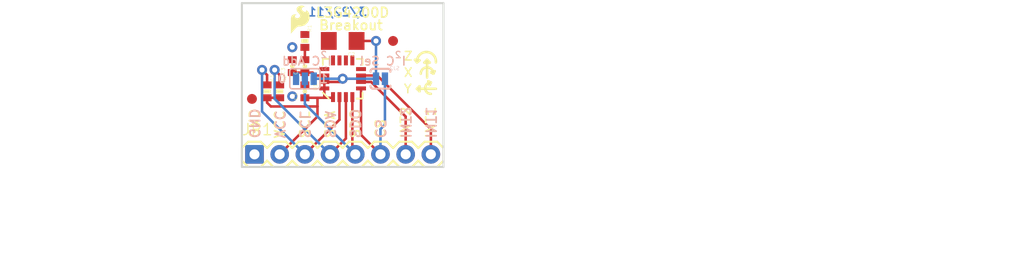
<source format=kicad_pcb>
(kicad_pcb (version 20211014) (generator pcbnew)
  (layers (0 "F.Cu" signal) (31 "B.Cu" signal) (34 "B.Paste" user) (35 "F.Paste" user) (36 "B.SilkS" user "B.Silkscreen") (37 "F.SilkS" user "F.Silkscreen") (38 "B.Mask" user) (39 "F.Mask" user) (44 "Edge.Cuts" user))
  (net 0 "")
  (net 1 "GND")
  (net 2 "VCC")
  (net 3 "INT1")
  (net 4 "INT2")
  (net 5 "PLL")
  (net 6 "PLL-2")
  (net 7 "SDA")
  (net 8 "SCL")
  (net 9 "SDO")
  (net 10 "CS")
  (footprint "boardEagle:1X08" (layer "F.Cu") (at 139.6111 111.9886)
    (fp_text reference "JP1" (at -1.3462 -1.8288) (layer "F.SilkS") (effects (font (size 1.143 1.143) (thickness 0.127)) (justify left bottom)))
    (fp_text value "OUTPUT")
    (fp_line (start -0.635 -1.27) (end 0.635 -1.27) (layer "F.SilkS") (width 0.2032))
    (fp_line (start 11.43 -0.635) (end 12.065 -1.27) (layer "F.SilkS") (width 0.2032))
    (fp_line (start 17.145 -1.27) (end 16.51 -0.635) (layer "F.SilkS") (width 0.2032))
    (fp_line (start 3.175 -1.27) (end 3.81 -0.635) (layer "F.SilkS") (width 0.2032))
    (fp_line (start 19.05 0.635) (end 18.415 1.27) (layer "F.SilkS") (width 0.2032))
    (fp_line (start -1.27 0.635) (end -0.635 1.27) (layer "F.SilkS") (width 0.2032))
    (fp_line (start 9.525 1.27) (end 8.89 0.635) (layer "F.SilkS") (width 0.2032))
    (fp_line (start 15.875 1.27) (end 14.605 1.27) (layer "F.SilkS") (width 0.2032))
    (fp_line (start 13.97 0.635) (end 14.605 1.27) (layer "F.SilkS") (width 0.2032))
    (fp_line (start -1.27 -0.635) (end -1.27 0.635) (layer "F.SilkS") (width 0.2032))
    (fp_line (start 15.875 -1.27) (end 16.51 -0.635) (layer "F.SilkS") (width 0.2032))
    (fp_line (start 6.35 0.635) (end 6.985 1.27) (layer "F.SilkS") (width 0.2032))
    (fp_line (start 18.415 -1.27) (end 19.05 -0.635) (layer "F.SilkS") (width 0.2032))
    (fp_line (start 13.335 -1.27) (end 13.97 -0.635) (layer "F.SilkS") (width 0.2032))
    (fp_line (start 12.065 -1.27) (end 13.335 -1.27) (layer "F.SilkS") (width 0.2032))
    (fp_line (start 1.27 -0.635) (end 1.905 -1.27) (layer "F.SilkS") (width 0.2032))
    (fp_line (start 6.35 0.635) (end 5.715 1.27) (layer "F.SilkS") (width 0.2032))
    (fp_line (start 1.27 0.635) (end 0.635 1.27) (layer "F.SilkS") (width 0.2032))
    (fp_line (start 3.81 0.635) (end 3.175 1.27) (layer "F.SilkS") (width 0.2032))
    (fp_line (start 4.445 1.27) (end 3.81 0.635) (layer "F.SilkS") (width 0.2032))
    (fp_line (start 14.605 -1.27) (end 15.875 -1.27) (layer "F.SilkS") (width 0.2032))
    (fp_line (start 3.81 -0.635) (end 4.445 -1.27) (layer "F.SilkS") (width 0.2032))
    (fp_line (start 13.335 1.27) (end 12.065 1.27) (layer "F.SilkS") (width 0.2032))
    (fp_line (start 6.985 -1.27) (end 8.255 -1.27) (layer "F.SilkS") (width 0.2032))
    (fp_line (start 3.175 1.27) (end 1.905 1.27) (layer "F.SilkS") (width 0.2032))
    (fp_line (start 0.635 1.27) (end -0.635 1.27) (layer "F.SilkS") (width 0.2032))
    (fp_line (start 18.415 1.27) (end 17.145 1.27) (layer "F.SilkS") (width 0.2032))
    (fp_line (start 8.89 -0.635) (end 9.525 -1.27) (layer "F.SilkS") (width 0.2032))
    (fp_line (start 14.605 -1.27) (end 13.97 -0.635) (layer "F.SilkS") (width 0.2032))
    (fp_line (start 19.05 -0.635) (end 19.05 0.635) (layer "F.SilkS") (width 0.2032))
    (fp_line (start 4.445 -1.27) (end 5.715 -1.27) (layer "F.SilkS") (width 0.2032))
    (fp_line (start 6.985 -1.27) (end 6.35 -0.635) (layer "F.SilkS") (width 0.2032))
    (fp_line (start 9.525 -1.27) (end 10.795 -1.27) (layer "F.SilkS") (width 0.2032))
    (fp_line (start -0.635 -1.27) (end -1.27 -0.635) (layer "F.SilkS") (width 0.2032))
    (fp_line (start 10.795 1.27) (end 9.525 1.27) (layer "F.SilkS") (width 0.2032))
    (fp_line (start 1.905 1.27) (end 1.27 0.635) (layer "F.SilkS") (width 0.2032))
    (fp_line (start 10.795 -1.27) (end 11.43 -0.635) (layer "F.SilkS") (width 0.2032))
    (fp_line (start 16.51 0.635) (end 17.145 1.27) (layer "F.SilkS") (width 0.2032))
    (fp_line (start 5.715 -1.27) (end 6.35 -0.635) (layer "F.SilkS") (width 0.2032))
    (fp_line (start 16.51 0.635) (end 15.875 1.27) (layer "F.SilkS") (width 0.2032))
    (fp_line (start 8.255 1.27) (end 6.985 1.27) (layer "F.SilkS") (width 0.2032))
    (fp_line (start 17.145 -1.27) (end 18.415 -1.27) (layer "F.SilkS") (width 0.2032))
    (fp_line (start 12.065 1.27) (end 11.43 0.635) (layer "F.SilkS") (width 0.2032))
    (fp_line (start 5.715 1.27) (end 4.445 1.27) (layer "F.SilkS") (width 0.2032))
    (fp_line (start 11.43 0.635) (end 10.795 1.27) (layer "F.SilkS") (width 0.2032))
    (fp_line (start 8.89 0.635) (end 8.255 1.27) (layer "F.SilkS") (width 0.2032))
    (fp_line (start 1.905 -1.27) (end 3.175 -1.27) (layer "F.SilkS") (width 0.2032))
    (fp_line (start 0.635 -1.27) (end 1.27 -0.635) (layer "F.SilkS") (width 0.2032))
    (fp_line (start 8.255 -1.27) (end 8.89 -0.635) (layer "F.SilkS") (width 0.2032))
    (fp_line (start 13.97 0.635) (end 13.335 1.27) (layer "F.SilkS") (width 0.2032))
    (pad "1" thru_hole rect (at 0 0 90) (size 1.8796 1.8796) (drill 1.016) (layers *.Cu *.Mask) (net 1 "GND"))
    (pad "2" thru_hole circle (at 2.54 0 90) (size 1.8796 1.8796) (drill 1.016) (layers *.Cu *.Mask) (net 2 "VCC"))
    (pad "3" thru_hole circle (at 5.08 0 90) (size 1.8796 1.8796) (drill 1.016) (layers *.Cu *.Mask) (net 8 "SCL"))
    (pad "4" thru_hole circle (at 7.62 0 90) (size 1.8796 1.8796) (drill 1.016) (layers *.Cu *.Mask) (net 7 "SDA"))
    (pad "5" thru_hole circle (at 10.16 0 90) (size 1.8796 1.8796) (drill 1.016) (layers *.Cu *.Mask) (net 9 "SDO"))
    (pad "6" thru_hole circle (at 12.7 0 90) (size 1.8796 1.8796) (drill 1.016) (layers *.Cu *.Mask) (net 10 "CS"))
    (pad "7" thru_hole circle (at 15.24 0 90) (size 1.8796 1.8796) (drill 1.016) (layers *.Cu *.Mask) (net 4 "INT2"))
    (pad "8" thru_hole circle (at 17.78 0 90) (size 1.8796 1.8796) (drill 1.016) (layers *.Cu *.Mask) (net 3 "INT1"))
  )
  (footprint "boardEagle:FIDUCIAL-1X2" (layer "F.Cu") (at 153.5811 100.5586)
    (fp_text reference "JP6" hide)
    (fp_text value "FIDUCIAL1X2" hide)
    (pad "1" smd roundrect (at 0 0) (size 1 1) (layers "F.Cu" "F.Mask") (roundrect_rratio 0.5))
  )
  (footprint "boardEagle:1206" (layer "F.Cu") (at 148.5011 100.5586 180)
    (fp_text reference "C2" (at -1.27 -1.143 180) (layer "F.SilkS") (effects (font (size 0.373888 0.373888) (thickness 0.032512)) (justify right top)))
    (fp_text value "10uF")
    (pad "1" smd rect (at -1.4 0 180) (size 1.6 1.8) (layers "F.Cu" "F.Paste" "F.Mask") (net 2 "VCC"))
    (pad "2" smd rect (at 1.4 0 180) (size 1.6 1.8) (layers "F.Cu" "F.Paste" "F.Mask") (net 1 "GND"))
  )
  (footprint "boardEagle:0402-RES" (layer "F.Cu") (at 142.1511 105.6386 -90)
    (fp_text reference "R2" (at -0.889 -0.6985 -90) (layer "F.SilkS") (effects (font (size 0.373888 0.373888) (thickness 0.032512)) (justify left bottom)))
    (fp_text value "10k")
    (fp_poly (pts (xy -0.2032 0.3556) (xy 0.2032 0.3556) (xy 0.2032 -0.3556) (xy -0.2032 -0.3556)) (layer "F.SilkS") (width 0) (fill solid))
    (pad "1" smd rect (at -0.65 0 270) (size 0.7 0.9) (layers "F.Cu" "F.Paste" "F.Mask") (net 7 "SDA"))
    (pad "2" smd rect (at 0.65 0 270) (size 0.7 0.9) (layers "F.Cu" "F.Paste" "F.Mask") (net 2 "VCC"))
  )
  (footprint "boardEagle:0402-CAP" (layer "F.Cu") (at 144.6911 103.0986 90)
    (fp_text reference "C4" (at -0.889 -0.6985 90) (layer "F.SilkS") (effects (font (size 0.373888 0.373888) (thickness 0.032512)) (justify left bottom)))
    (fp_text value "470nF")
    (fp_line (start 0 -0.0305) (end 0 0.0305) (layer "F.SilkS") (width 0.4064))
    (pad "1" smd rect (at -0.65 0 90) (size 0.7 0.9) (layers "F.Cu" "F.Paste" "F.Mask") (net 5 "PLL"))
    (pad "2" smd rect (at 0.65 0 90) (size 0.7 0.9) (layers "F.Cu" "F.Paste" "F.Mask") (net 6 "PLL-2"))
  )
  (footprint "boardEagle:FIDUCIAL-1X2" (layer "F.Cu") (at 139.3571 106.4006)
    (fp_text reference "JP5" hide)
    (fp_text value "FIDUCIAL1X2" hide)
    (pad "1" smd roundrect (at 0 0) (size 1 1) (layers "F.Cu" "F.Mask") (roundrect_rratio 0.5))
  )
  (footprint "boardEagle:0402-RES" (layer "F.Cu") (at 140.8811 105.6386 -90)
    (fp_text reference "R3" (at -0.889 -0.6985 -90) (layer "F.SilkS") (effects (font (size 0.373888 0.373888) (thickness 0.032512)) (justify left bottom)))
    (fp_text value "10k")
    (fp_poly (pts (xy -0.2032 0.3556) (xy 0.2032 0.3556) (xy 0.2032 -0.3556) (xy -0.2032 -0.3556)) (layer "F.SilkS") (width 0) (fill solid))
    (pad "1" smd rect (at -0.65 0 270) (size 0.7 0.9) (layers "F.Cu" "F.Paste" "F.Mask") (net 8 "SCL"))
    (pad "2" smd rect (at 0.65 0 270) (size 0.7 0.9) (layers "F.Cu" "F.Paste" "F.Mask") (net 2 "VCC"))
  )
  (footprint "boardEagle:SFE-LOGO-FLAME" (layer "F.Cu") (at 143.2941 99.7966)
    (fp_text reference "JP4" hide)
    (fp_text value "LOGO-SFESK" hide)
    (fp_poly (pts (xy 1.126002 -2.808203) (xy 1.215449 -2.785829) (xy 1.228477 -2.780783) (xy 1.240149 -2.774875) (xy 1.25686 -2.766576) (xy 1.275552 -2.759834) (xy 1.371694 -2.7026) (xy 1.3793 -2.7026) (xy 1.3793 -2.6772) (xy 1.306833 -2.6772) (xy 1.208418 -2.657914) (xy 1.074855 -2.495286) (xy 1.079365 -2.436825) (xy 1.12809 -2.341869) (xy 1.204666 -2.265196) (xy 1.294069 -2.200638) (xy 1.369348 -2.168824) (xy 1.450737 -2.171632) (xy 1.458864 -2.174186) (xy 1.466257 -2.177389) (xy 1.530514 -2.236956) (xy 1.5368 -2.259812) (xy 1.5368 -2.377938) (xy 1.763707 -2.148127) (xy 1.868186 -1.856841) (xy 1.871603 -1.856894) (xy 1.87806 -1.650435) (xy 1.848857 -1.45742) (xy 1.785308 -1.272842) (xy 1.6663 -1.061578) (xy 1.6663 -1.080581) (xy 1.378131 -0.80901) (xy 0.982239 -0.6985) (xy 0.753005 -0.6985) (xy 0.716201 -0.692046) (xy 0.681776 -0.679592) (xy 0.496322 -0.541784) (xy -0.0126 0.03091) (xy -0.0126 -1.52077) (xy 0.060004 -1.761967) (xy 0.168295 -1.865489) (xy 0.307122 -1.917522) (xy 0.4039 -1.925089) (xy 0.499384 -1.917623) (xy 0.55991 -1.908099) (xy 0.557788 -1.884433) (xy 0.522216 -1.885242) (xy 0.501784 -1.876141) (xy 0.420519 -1.817154) (xy 0.400722 -1.79067) (xy 0.390395 -1.7285) (xy 0.400905 -1.665229) (xy 0.421405 -1.625174) (xy 0.452343 -1.592685) (xy 0.546535 -1.54355) (xy 0.652229 -1.531742) (xy 0.742768 -1.550084) (xy 0.82422 -1.589656) (xy 0.92203 -1.754659) (xy 0.907706 -1.848844) (xy 0.850914 -1.930401) (xy 0.584707 -2.263237) (xy 0.561667 -2.510855) (xy 0.627495 -2.621556) (xy 0.629042 -2.623103) (xy 0.778901 -2.74712) (xy 1.032676 -2.817064)) (layer "F.SilkS") (width 0) (fill solid))
  )
  (footprint "boardEagle:0402-CAP" (layer "F.Cu") (at 144.6911 105.6386 90)
    (fp_text reference "C1" (at -0.889 -0.6985 90) (layer "F.SilkS") (effects (font (size 0.373888 0.373888) (thickness 0.032512)) (justify left bottom)))
    (fp_text value "0.1uF")
    (fp_line (start 0 -0.0305) (end 0 0.0305) (layer "F.SilkS") (width 0.4064))
    (pad "1" smd rect (at -0.65 0 90) (size 0.7 0.9) (layers "F.Cu" "F.Paste" "F.Mask") (net 2 "VCC"))
    (pad "2" smd rect (at 0.65 0 90) (size 0.7 0.9) (layers "F.Cu" "F.Paste" "F.Mask") (net 1 "GND"))
  )
  (footprint "boardEagle:0402-RES" (layer "F.Cu") (at 144.6911 100.5586 -90)
    (fp_text reference "R1" (at -0.889 -0.6985 -90) (layer "F.SilkS") (effects (font (size 0.373888 0.373888) (thickness 0.032512)) (justify left bottom)))
    (fp_text value "10k")
    (fp_poly (pts (xy -0.2032 0.3556) (xy 0.2032 0.3556) (xy 0.2032 -0.3556) (xy -0.2032 -0.3556)) (layer "F.SilkS") (width 0) (fill solid))
    (pad "1" smd rect (at -0.65 0 270) (size 0.7 0.9) (layers "F.Cu" "F.Paste" "F.Mask") (net 1 "GND"))
    (pad "2" smd rect (at 0.65 0 270) (size 0.7 0.9) (layers "F.Cu" "F.Paste" "F.Mask") (net 6 "PLL-2"))
  )
  (footprint "boardEagle:STAND-OFF" (layer "F.Cu") (at 140.8811 99.2886)
    (fp_text reference "JP2" hide)
    (fp_text value "STAND-OFF" hide)
    (pad "" np_thru_hole circle (at 0 0) (size 3.302 3.302) (drill 3.302) (layers *.Cu *.Mask))
  )
  (footprint "boardEagle:STAND-OFF" (layer "F.Cu") (at 156.1211 99.2886)
    (fp_text reference "JP3" hide)
    (fp_text value "STAND-OFF" hide)
    (pad "" np_thru_hole circle (at 0 0) (size 3.302 3.302) (drill 3.302) (layers *.Cu *.Mask))
  )
  (footprint "boardEagle:LGA16-4X4" (layer "F.Cu") (at 148.5011 104.3686 90)
    (fp_text reference "U1" (at -1.2446 -2.54 90) (layer "F.SilkS") (effects (font (size 0.373888 0.373888) (thickness 0.032512)) (justify left bottom)))
    (fp_text value "L3G4200D")
    (fp_line (start 2 -2) (end 1.4 -2) (layer "F.SilkS") (width 0.1778))
    (fp_line (start -2 2) (end -1.4 2) (layer "F.SilkS") (width 0.1778))
    (fp_line (start -2 2) (end -2 1.4) (layer "F.SilkS") (width 0.1778))
    (fp_line (start -2 -1.4) (end -1.4 -2) (layer "F.SilkS") (width 0.1778))
    (fp_line (start 2 2) (end 1.4 2) (layer "F.SilkS") (width 0.1778))
    (fp_line (start 2 2) (end 2 1.4) (layer "F.SilkS") (width 0.1778))
    (fp_line (start 2 -2) (end 2 -1.4) (layer "F.SilkS") (width 0.1778))
    (pad "1" smd rect (at -1.85 -0.975 270) (size 1 0.4) (layers "F.Cu" "F.Paste" "F.Mask") (net 2 "VCC"))
    (pad "2" smd rect (at -1.85 -0.325 270) (size 1 0.4) (layers "F.Cu" "F.Paste" "F.Mask") (net 8 "SCL"))
    (pad "3" smd rect (at -1.85 0.325 270) (size 1 0.4) (layers "F.Cu" "F.Paste" "F.Mask") (net 7 "SDA"))
    (pad "4" smd rect (at -1.85 0.975 270) (size 1 0.4) (layers "F.Cu" "F.Paste" "F.Mask") (net 9 "SDO"))
    (pad "5" smd rect (at -0.975 1.85) (size 1 0.4) (layers "F.Cu" "F.Paste" "F.Mask") (net 10 "CS"))
    (pad "6" smd rect (at -0.325 1.85) (size 1 0.4) (layers "F.Cu" "F.Paste" "F.Mask") (net 4 "INT2"))
    (pad "7" smd rect (at 0.325 1.85) (size 1 0.4) (layers "F.Cu" "F.Paste" "F.Mask") (net 3 "INT1"))
    (pad "8" smd rect (at 0.975 1.85) (size 1 0.4) (layers "F.Cu" "F.Paste" "F.Mask") (net 1 "GND"))
    (pad "9" smd rect (at 1.85 0.975 90) (size 1 0.4) (layers "F.Cu" "F.Paste" "F.Mask") (net 1 "GND"))
    (pad "10" smd rect (at 1.85 0.325 90) (size 1 0.4) (layers "F.Cu" "F.Paste" "F.Mask") (net 1 "GND"))
    (pad "11" smd rect (at 1.85 -0.325 90) (size 1 0.4) (layers "F.Cu" "F.Paste" "F.Mask") (net 1 "GND"))
    (pad "12" smd rect (at 1.85 -0.975 90) (size 1 0.4) (layers "F.Cu" "F.Paste" "F.Mask") (net 1 "GND"))
    (pad "13" smd rect (at 0.975 -1.85 180) (size 1 0.4) (layers "F.Cu" "F.Paste" "F.Mask") (net 1 "GND"))
    (pad "14" smd rect (at 0.325 -1.85 180) (size 1 0.4) (layers "F.Cu" "F.Paste" "F.Mask") (net 5 "PLL"))
    (pad "15" smd rect (at -0.325 -1.85 180) (size 1 0.4) (layers "F.Cu" "F.Paste" "F.Mask") (net 2 "VCC"))
    (pad "16" smd rect (at -0.975 -1.85 180) (size 1 0.4) (layers "F.Cu" "F.Paste" "F.Mask") (net 2 "VCC"))
  )
  (footprint "boardEagle:0402-CAP" (layer "F.Cu") (at 143.4211 103.0986 90)
    (fp_text reference "C3" (at -0.889 -0.6985 90) (layer "F.SilkS") (effects (font (size 0.373888 0.373888) (thickness 0.032512)) (justify left bottom)))
    (fp_text value "10nF")
    (fp_line (start 0 -0.0305) (end 0 0.0305) (layer "F.SilkS") (width 0.4064))
    (pad "1" smd rect (at -0.65 0 90) (size 0.7 0.9) (layers "F.Cu" "F.Paste" "F.Mask") (net 5 "PLL"))
    (pad "2" smd rect (at 0.65 0 90) (size 0.7 0.9) (layers "F.Cu" "F.Paste" "F.Mask") (net 1 "GND"))
  )
  (footprint "boardEagle:CREATIVE_COMMONS" (layer "F.Cu") (at 134.2771 123.9266)
    (fp_text reference "U$1" hide)
    (fp_text value "CREATIVE_COMMONS" hide)
  )
  (footprint "boardEagle:SJ_3" (layer "B.Cu") (at 144.6911 104.3686 180)
    (fp_text reference "SJ1" (at -1.27 1.27) (layer "B.SilkS") (effects (font (size 0.373888 0.373888) (thickness 0.032512)) (justify right top mirror)))
    (fp_text value "I2C-Add")
    (fp_line (start 1.524 -0.762) (end 1.524 0.762) (layer "B.SilkS") (width 0.1524))
    (fp_line (start -1.27 1.016) (end 1.27 1.016) (layer "B.SilkS") (width 0.1524))
    (fp_line (start -1.524 -0.762) (end -1.524 0.762) (layer "B.SilkS") (width 0.1524))
    (fp_line (start 1.27 -1.016) (end -1.27 -1.016) (layer "B.SilkS") (width 0.1524))
    (fp_arc (start 1.27 -1.016) (mid 1.449605 -0.941605) (end 1.524 -0.762) (layer "B.SilkS") (width 0.1524))
    (fp_arc (start 1.524 0.762) (mid 1.449605 0.941605) (end 1.27 1.016) (layer "B.SilkS") (width 0.1524))
    (fp_arc (start -1.27 1.016) (mid -1.449605 0.941605) (end -1.524 0.762) (layer "B.SilkS") (width 0.1524))
    (fp_arc (start -1.524 -0.762) (mid -1.449605 -0.941605) (end -1.27 -1.016) (layer "B.SilkS") (width 0.1524))
    (pad "1" smd rect (at -0.889 0 180) (size 0.635 1.27) (layers "B.Cu" "B.Mask") (net 2 "VCC"))
    (pad "2" smd rect (at 0 0 180) (size 0.635 1.27) (layers "B.Cu" "B.Mask") (net 9 "SDO"))
    (pad "3" smd rect (at 0.889 0 180) (size 0.635 1.27) (layers "B.Cu" "B.Mask") (net 1 "GND"))
  )
  (footprint "boardEagle:SJ_2S-NO" (layer "B.Cu") (at 152.3111 104.3686 180)
    (fp_text reference "SJ2" (at -0.908 1.27) (layer "B.SilkS") (effects (font (size 0.373888 0.373888) (thickness 0.032512)) (justify right top mirror)))
    (fp_text value "I2C-Mode")
    (fp_line (start -0.8 1) (end 0.8 1) (layer "B.SilkS") (width 0.2032))
    (fp_line (start 0.8 -1) (end -0.8 -1) (layer "B.SilkS") (width 0.2032))
    (fp_arc (start 1 0.7) (mid 0.962132 0.891421) (end 0.8 1) (layer "B.SilkS") (width 0.2032))
    (fp_arc (start -0.8 1) (mid -0.962132 0.891421) (end -1 0.7) (layer "B.SilkS") (width 0.2032))
    (fp_arc (start 0.8 -1) (mid 0.962132 -0.891421) (end 1 -0.7) (layer "B.SilkS") (width 0.2032))
    (fp_arc (start -1 -0.7) (mid -0.962132 -0.891421) (end -0.8 -1) (layer "B.SilkS") (width 0.2032))
    (pad "1" smd rect (at -0.45 0 180) (size 0.635 1.27) (layers "B.Cu" "B.Mask") (net 10 "CS"))
    (pad "2" smd rect (at 0.45 0 180) (size 0.635 1.27) (layers "B.Cu" "B.Mask") (net 2 "VCC"))
  )
  (gr_arc (start 156.3751 103.8606) (mid 157.0101 103.2256) (end 157.6451 103.8606) (layer "F.SilkS") (width 0.254))
  (gr_line (start 155.9941 102.7176) (end 156.2481 102.5144) (layer "F.SilkS") (width 0.254))
  (gr_arc (start 157.3911 105.8926) (mid 156.8196 105.3211) (end 157.3911 104.7496) (layer "F.SilkS") (width 0.254))
  (gr_line (start 155.9941 105.3846) (end 156.2481 105.1306) (layer "F.SilkS") (width 0.254))
  (gr_line (start 157.1371 104.6226) (end 157.2641 105.0036) (layer "F.SilkS") (width 0.254))
  (gr_arc (start 155.9941 102.7176) (mid 156.9466 101.670857) (end 157.8991 102.7176) (layer "F.SilkS") (width 0.254))
  (gr_line (start 157.4165 103.7336) (end 157.7721 103.6066) (layer "F.SilkS") (width 0.254))
  (gr_line (start 157.0101 102.4636) (end 156.7561 102.7176) (layer "F.SilkS") (width 0.254))
  (gr_line (start 157.0101 102.4636) (end 157.2641 102.7176) (layer "F.SilkS") (width 0.254))
  (gr_line (start 155.9941 105.3846) (end 156.2481 105.6386) (layer "F.SilkS") (width 0.254))
  (gr_line (start 155.9941 105.3846) (end 157.8991 105.3846) (layer "F.SilkS") (width 0.254))
  (gr_line (start 156.2481 105.1306) (end 156.2481 105.6386) (layer "F.SilkS") (width 0.254))
  (gr_line (start 157.3911 104.7496) (end 157.1371 104.6226) (layer "F.SilkS") (width 0.254))
  (gr_line (start 157.3911 104.7496) (end 157.2641 105.0036) (layer "F.SilkS") (width 0.254))
  (gr_line (start 157.6451 103.8606) (end 157.4165 103.7336) (layer "F.SilkS") (width 0.254))
  (gr_line (start 155.9941 102.7176) (end 155.7909 102.4636) (layer "F.SilkS") (width 0.254))
  (gr_line (start 155.7909 102.4636) (end 156.2481 102.5144) (layer "F.SilkS") (width 0.254))
  (gr_line (start 157.6451 103.8606) (end 157.7721 103.6066) (layer "F.SilkS") (width 0.254))
  (gr_line (start 157.0101 102.4636) (end 157.0101 104.2416) (layer "F.SilkS") (width 0.254))
  (gr_line (start 156.7307 102.743) (end 157.2895 102.743) (layer "F.SilkS") (width 0.254))
  (gr_line (start 158.6611 96.7486) (end 158.6611 113.2586) (layer "Edge.Cuts") (width 0.2032))
  (gr_line (start 158.6611 113.2586) (end 138.3411 113.2586) (layer "Edge.Cuts") (width 0.2032))
  (gr_line (start 138.3411 113.2586) (end 138.3411 96.7486) (layer "Edge.Cuts") (width 0.2032))
  (gr_line (start 138.3411 96.7486) (end 158.6611 96.7486) (layer "Edge.Cuts") (width 0.2032))
  (gr_text "3/22/11" (at 151.0411 98.1456) (layer "B.Cu") (effects (font (size 0.8636 0.8636) (thickness 0.1524)) (justify left bottom mirror)))
  (gr_text "VCC" (at 141.5796 110.4646 -90) (layer "B.SilkS") (effects (font (size 0.97155 0.97155) (thickness 0.17145)) (justify left bottom mirror)))
  (gr_text "C Add" (at 146.3421 103.0986) (layer "B.SilkS") (effects (font (size 0.8636 0.8636) (thickness 0.1524)) (justify left bottom mirror)))
  (gr_text "C Sel" (at 153.8351 103.0986) (layer "B.SilkS") (effects (font (size 0.8636 0.8636) (thickness 0.1524)) (justify left bottom mirror)))
  (gr_text "2" (at 146.9771 102.3366) (layer "B.SilkS") (effects (font (size 0.6477 0.6477) (thickness 0.1143)) (justify left bottom mirror)))
  (gr_text "SDA" (at 146.6596 110.4646 -90) (layer "B.SilkS") (effects (font (size 0.97155 0.97155) (thickness 0.17145)) (justify left bottom mirror)))
  (gr_text "SDO" (at 149.1996 110.4646 -90) (layer "B.SilkS") (effects (font (size 0.97155 0.97155) (thickness 0.17145)) (justify left bottom mirror)))
  (gr_text "1" (at 147.1041 104.8766) (layer "B.SilkS") (effects (font (size 0.8636 0.8636) (thickness 0.1524)) (justify left bottom mirror)))
  (gr_text "GND" (at 139.0396 110.4646 -90) (layer "B.SilkS") (effects (font (size 0.97155 0.97155) (thickness 0.17145)) (justify left bottom mirror)))
  (gr_text "INT2" (at 154.2796 110.4646 -90) (layer "B.SilkS") (effects (font (size 0.97155 0.97155) (thickness 0.17145)) (justify left bottom mirror)))
  (gr_text "INT1" (at 156.8196 110.4646 -90) (layer "B.SilkS") (effects (font (size 0.97155 0.97155) (thickness 0.17145)) (justify left bottom mirror)))
  (gr_text "0" (at 142.9131 104.8766) (layer "B.SilkS") (effects (font (size 0.8636 0.8636) (thickness 0.1524)) (justify left bottom mirror)))
  (gr_text "2" (at 154.4701 102.3366) (layer "B.SilkS") (effects (font (size 0.6477 0.6477) (thickness 0.1143)) (justify left bottom mirror)))
  (gr_text "I" (at 147.4851 103.0986) (layer "B.SilkS") (effects (font (size 0.8636 0.8636) (thickness 0.1524)) (justify left bottom mirror)))
  (gr_text "CS" (at 151.7396 110.4646 -90) (layer "B.SilkS") (effects (font (size 0.97155 0.97155) (thickness 0.17145)) (justify left bottom mirror)))
  (gr_text "SCL" (at 144.1196 110.4646 -90) (layer "B.SilkS") (effects (font (size 0.97155 0.97155) (thickness 0.17145)) (justify left bottom mirror)))
  (gr_text "I" (at 154.9781 103.0986) (layer "B.SilkS") (effects (font (size 0.8636 0.8636) (thickness 0.1524)) (justify left bottom mirror)))
  (gr_text "CS" (at 152.8826 110.4646 90) (layer "F.SilkS") (effects (font (size 0.97155 0.97155) (thickness 0.17145)) (justify left bottom)))
  (gr_text "VCC" (at 142.7226 110.4646 90) (layer "F.SilkS") (effects (font (size 0.97155 0.97155) (thickness 0.17145)) (justify left bottom)))
  (gr_text "INT1" (at 157.9626 110.4646 90) (layer "F.SilkS") (effects (font (size 0.97155 0.97155) (thickness 0.17145)) (justify left bottom)))
  (gr_text "SDA" (at 147.8026 110.4646 90) (layer "F.SilkS") (effects (font (size 0.97155 0.97155) (thickness 0.17145)) (justify left bottom)))
  (gr_text "Y" (at 154.5971 105.8926) (layer "F.SilkS") (effects (font (size 0.8636 0.8636) (thickness 0.1524)) (justify left bottom)))
  (gr_text "INT2" (at 155.4226 110.4646 90) (layer "F.SilkS") (effects (font (size 0.97155 0.97155) (thickness 0.17145)) (justify left bottom)))
  (gr_text "SDO" (at 150.3426 110.4646 90) (layer "F.SilkS") (effects (font (size 0.97155 0.97155) (thickness 0.17145)) (justify left bottom)))
  (gr_text "SCL" (at 145.2626 110.4646 90) (layer "F.SilkS") (effects (font (size 0.97155 0.97155) (thickness 0.17145)) (justify left bottom)))
  (gr_text "GND" (at 140.1826 110.4646 90) (layer "F.SilkS") (effects (font (size 0.97155 0.97155) (thickness 0.17145)) (justify left bottom)))
  (gr_text "Z" (at 154.5971 102.5906) (layer "F.SilkS") (effects (font (size 0.8636 0.8636) (thickness 0.1524)) (justify left bottom)))
  (gr_text "Breakout" (at 146.0246 99.5426) (layer "F.SilkS") (effects (font (size 0.97155 0.97155) (thickness 0.17145)) (justify left bottom)))
  (gr_text "L3G4200D" (at 145.7071 98.2726) (layer "F.SilkS") (effects (font (size 0.97155 0.97155) (thickness 0.17145)) (justify left bottom)))
  (gr_text "X" (at 154.5971 104.2416) (layer "F.SilkS") (effects (font (size 0.8636 0.8636) (thickness 0.1524)) (justify left bottom)))
  (via (at 143.4211 106.1466) (size 1.016) (drill 0.508) (layers "F.Cu" "B.Cu") (net 1))
  (via (at 143.4211 101.1936) (size 1.016) (drill 0.508) (layers "F.Cu" "B.Cu") (net 1))
  (segment (start 146.6511 105.3436) (end 146.6511 104.6936) (width 0.254) (layer "F.Cu") (net 2))
  (segment (start 145.9611 108.1786) (end 145.9611 107.1626) (width 0.254) (layer "F.Cu") (net 2))
  (segment (start 147.4561 106.2886) (end 147.5261 106.2186) (width 0.254) (layer "F.Cu") (net 2))
  (segment (start 146.6511 106.2336) (end 146.6511 105.3436) (width 0.254) (layer "F.Cu") (net 2))
  (segment (start 140.8811 106.7816) (end 140.8811 106.2886) (width 0.254) (layer "F.Cu") (net 2))
  (segment (start 145.9611 106.2886) (end 146.5961 106.2886) (width 0.254) (layer "F.Cu") (net 2))
  (segment (start 142.1511 111.9886) (end 145.9611 108.1786) (width 0.254) (layer "F.Cu") (net 2))
  (segment (start 145.9611 107.1626) (end 145.9611 106.2886) (width 0.254) (layer "F.Cu") (net 2))
  (segment (start 146.5961 106.2886) (end 147.4561 106.2886) (width 0.254) (layer "F.Cu") (net 2))
  (segment (start 140.8811 106.2886) (end 142.1511 106.2886) (width 0.254) (layer "F.Cu") (net 2))
  (segment (start 145.9611 107.1626) (end 141.2621 107.1626) (width 0.254) (layer "F.Cu") (net 2))
  (segment (start 148.1761 104.6936) (end 148.5011 104.3686) (width 0.254) (layer "F.Cu") (net 2))
  (segment (start 151.8611 100.5586) (end 149.9011 100.5586) (width 0.254) (layer "F.Cu") (net 2))
  (segment (start 146.6511 104.6936) (end 148.1761 104.6936) (width 0.254) (layer "F.Cu") (net 2))
  (segment (start 146.5961 106.2886) (end 146.6511 106.2336) (width 0.254) (layer "F.Cu") (net 2))
  (segment (start 145.9611 106.2886) (end 144.6911 106.2886) (width 0.254) (layer "F.Cu") (net 2))
  (segment (start 141.2621 107.1626) (end 140.8811 106.7816) (width 0.254) (layer "F.Cu") (net 2))
  (via (at 151.8611 100.5586) (size 1.016) (drill 0.508) (layers "F.Cu" "B.Cu") (net 2))
  (via (at 148.5011 104.3686) (size 1.016) (drill 0.508) (layers "F.Cu" "B.Cu") (net 2))
  (segment (start 148.5011 104.3686) (end 151.8611 104.3686) (width 0.254) (layer "B.Cu") (net 2))
  (segment (start 151.8611 104.3686) (end 151.8611 100.5586) (width 0.254) (layer "B.Cu") (net 2))
  (segment (start 148.5011 104.3686) (end 145.5801 104.3686) (width 0.254) (layer "B.Cu") (net 2))
  (segment (start 151.9861 104.0436) (end 150.3511 104.0436) (width 0.254) (layer "F.Cu") (net 3))
  (segment (start 157.3911 111.9886) (end 157.3911 109.4486) (width 0.254) (layer "F.Cu") (net 3))
  (segment (start 157.3911 109.4486) (end 151.9861 104.0436) (width 0.254) (layer "F.Cu") (net 3))
  (segment (start 154.8511 111.9886) (end 154.8511 108.1786) (width 0.254) (layer "F.Cu") (net 4))
  (segment (start 151.3661 104.6936) (end 150.3511 104.6936) (width 0.254) (layer "F.Cu") (net 4))
  (segment (start 154.8511 108.1786) (end 151.3661 104.6936) (width 0.254) (layer "F.Cu") (net 4))
  (segment (start 144.6911 103.7486) (end 143.4211 103.7486) (width 0.254) (layer "F.Cu") (net 5))
  (segment (start 145.7631 104.0436) (end 146.6511 104.0436) (width 0.254) (layer "F.Cu") (net 5))
  (segment (start 144.6911 103.7486) (end 145.4681 103.7486) (width 0.254) (layer "F.Cu") (net 5))
  (segment (start 145.4681 103.7486) (end 145.7631 104.0436) (width 0.254) (layer "F.Cu") (net 5))
  (segment (start 144.6911 102.4486) (end 144.6911 101.2086) (width 0.254) (layer "F.Cu") (net 6))
  (segment (start 147.2311 111.9886) (end 148.8261 110.3936) (width 0.254) (layer "F.Cu") (net 7))
  (segment (start 141.6431 103.4796) (end 142.1511 103.9876) (width 0.254) (layer "F.Cu") (net 7))
  (segment (start 148.8261 110.3936) (end 148.8261 106.2186) (width 0.254) (layer "F.Cu") (net 7))
  (segment (start 142.1511 103.9876) (end 142.1511 104.9886) (width 0.254) (layer "F.Cu") (net 7))
  (via (at 141.6431 103.4796) (size 1.016) (drill 0.508) (layers "F.Cu" "B.Cu") (net 7))
  (segment (start 141.6431 106.4006) (end 141.6431 103.4796) (width 0.254) (layer "B.Cu") (net 7))
  (segment (start 147.2311 111.9886) (end 141.6431 106.4006) (width 0.254) (layer "B.Cu") (net 7))
  (segment (start 148.1761 108.5036) (end 148.1761 106.2186) (width 0.254) (layer "F.Cu") (net 8))
  (segment (start 140.3731 103.4796) (end 140.8811 103.9876) (width 0.254) (layer "F.Cu") (net 8))
  (segment (start 144.6911 111.9886) (end 148.1761 108.5036) (width 0.254) (layer "F.Cu") (net 8))
  (segment (start 140.8811 103.9876) (end 140.8811 104.9886) (width 0.254) (layer "F.Cu") (net 8))
  (via (at 140.3731 103.4796) (size 1.016) (drill 0.508) (layers "F.Cu" "B.Cu") (net 8))
  (segment (start 144.6911 111.9886) (end 140.3731 107.6706) (width 0.254) (layer "B.Cu") (net 8))
  (segment (start 140.3731 107.6706) (end 140.3731 103.4796) (width 0.254) (layer "B.Cu") (net 8))
  (segment (start 149.7711 111.9886) (end 149.4761 111.6936) (width 0.254) (layer "F.Cu") (net 9))
  (segment (start 149.4761 111.6936) (end 149.4761 106.2186) (width 0.254) (layer "F.Cu") (net 9))
  (segment (start 149.7711 111.9886) (end 144.6911 106.9086) (width 0.254) (layer "B.Cu") (net 9))
  (segment (start 144.6911 106.9086) (end 144.6911 104.3686) (width 0.254) (layer "B.Cu") (net 9))
  (segment (start 152.3111 111.9886) (end 150.3511 110.0286) (width 0.254) (layer "F.Cu") (net 10))
  (segment (start 150.3511 110.0286) (end 150.3511 105.3436) (width 0.254) (layer "F.Cu") (net 10))
  (segment (start 152.3111 109.4486) (end 152.7611 108.9986) (width 0.254) (layer "B.Cu") (net 10))
  (segment (start 152.7611 108.9986) (end 152.7611 104.3686) (width 0.254) (layer "B.Cu") (net 10))
  (segment (start 152.3111 111.9886) (end 152.3111 109.4486) (width 0.254) (layer "B.Cu") (net 10))
)
</source>
